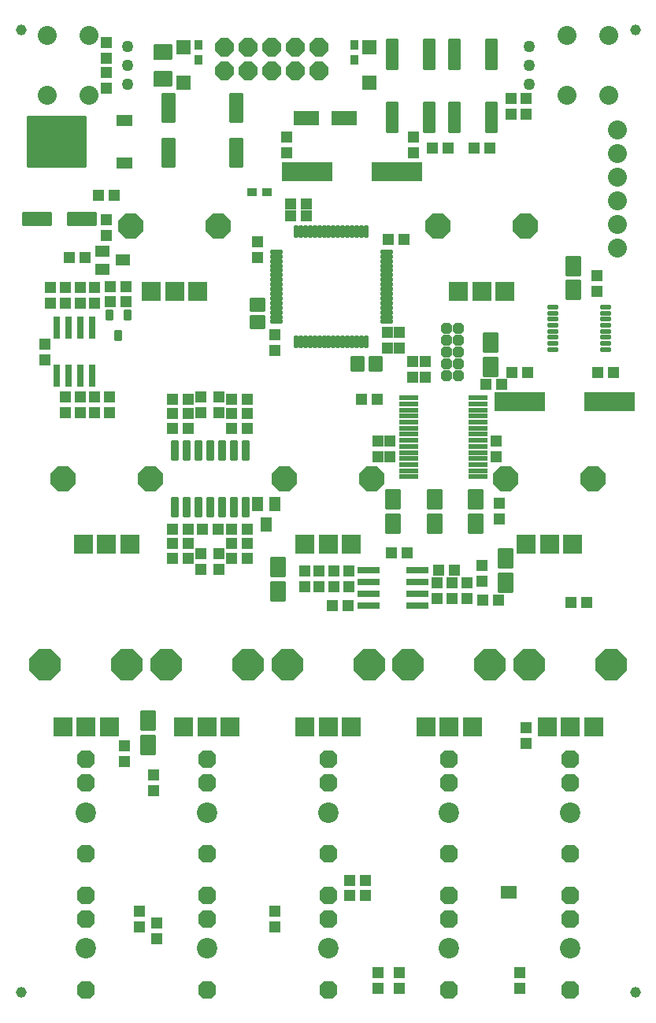
<source format=gbr>
%TF.GenerationSoftware,KiCad,Pcbnew,(6.0.11-0)*%
%TF.CreationDate,2023-04-29T13:53:26+02:00*%
%TF.ProjectId,rings,72696e67-732e-46b6-9963-61645f706362,rev?*%
%TF.SameCoordinates,Original*%
%TF.FileFunction,Soldermask,Top*%
%TF.FilePolarity,Negative*%
%FSLAX46Y46*%
G04 Gerber Fmt 4.6, Leading zero omitted, Abs format (unit mm)*
G04 Created by KiCad (PCBNEW (6.0.11-0)) date 2023-04-29 13:53:26*
%MOMM*%
%LPD*%
G01*
G04 APERTURE LIST*
G04 Aperture macros list*
%AMRoundRect*
0 Rectangle with rounded corners*
0 $1 Rounding radius*
0 $2 $3 $4 $5 $6 $7 $8 $9 X,Y pos of 4 corners*
0 Add a 4 corners polygon primitive as box body*
4,1,4,$2,$3,$4,$5,$6,$7,$8,$9,$2,$3,0*
0 Add four circle primitives for the rounded corners*
1,1,$1+$1,$2,$3*
1,1,$1+$1,$4,$5*
1,1,$1+$1,$6,$7*
1,1,$1+$1,$8,$9*
0 Add four rect primitives between the rounded corners*
20,1,$1+$1,$2,$3,$4,$5,0*
20,1,$1+$1,$4,$5,$6,$7,0*
20,1,$1+$1,$6,$7,$8,$9,0*
20,1,$1+$1,$8,$9,$2,$3,0*%
%AMFreePoly0*
4,1,25,0.269922,0.591773,0.274824,0.587282,0.587282,0.274824,0.609310,0.227583,0.609600,0.220942,0.609600,-0.220942,0.591773,-0.269922,0.587282,-0.274824,0.274824,-0.587282,0.227583,-0.609310,0.220942,-0.609600,-0.220942,-0.609600,-0.269922,-0.591773,-0.274824,-0.587282,-0.587282,-0.274824,-0.609310,-0.227583,-0.609600,-0.220942,-0.609600,0.220942,-0.591773,0.269922,-0.587282,0.274824,
-0.274824,0.587282,-0.227583,0.609310,-0.220942,0.609600,0.220942,0.609600,0.269922,0.591773,0.269922,0.591773,$1*%
%AMFreePoly1*
4,1,25,0.438258,0.998173,0.443160,0.993682,0.993682,0.443160,1.015710,0.395919,1.016000,0.389278,1.016000,-0.389278,0.998173,-0.438258,0.993682,-0.443160,0.443160,-0.993682,0.395919,-1.015710,0.389278,-1.016000,-0.389278,-1.016000,-0.438258,-0.998173,-0.443160,-0.993682,-0.993682,-0.443160,-1.015710,-0.395919,-1.016000,-0.389278,-1.016000,0.389278,-0.998173,0.438258,-0.993682,0.443160,
-0.443160,0.993682,-0.395919,1.015710,-0.389278,1.016000,0.389278,1.016000,0.438258,0.998173,0.438258,0.998173,$1*%
%AMFreePoly2*
4,1,25,0.706544,1.645873,0.711446,1.641382,1.641382,0.711446,1.663410,0.664205,1.663700,0.657564,1.663700,-0.657564,1.645873,-0.706544,1.641382,-0.711446,0.711446,-1.641382,0.664205,-1.663410,0.657564,-1.663700,-0.657564,-1.663700,-0.706544,-1.645873,-0.711446,-1.641382,-1.641382,-0.711446,-1.663410,-0.664205,-1.663700,-0.657564,-1.663700,0.657564,-1.645873,0.706544,-1.641382,0.711446,
-0.711446,1.641382,-0.664205,1.663410,-0.657564,1.663700,0.657564,1.663700,0.706544,1.645873,0.706544,1.645873,$1*%
%AMFreePoly3*
4,1,25,0.417216,0.947373,0.422118,0.942882,0.942882,0.422118,0.964910,0.374877,0.965200,0.368236,0.965200,-0.368236,0.947373,-0.417216,0.942882,-0.422118,0.422118,-0.942882,0.374877,-0.964910,0.368236,-0.965200,-0.368236,-0.965200,-0.417216,-0.947373,-0.422118,-0.942882,-0.942882,-0.422118,-0.964910,-0.374877,-0.965200,-0.368236,-0.965200,0.368236,-0.947373,0.417216,-0.942882,0.422118,
-0.422118,0.942882,-0.374877,0.964910,-0.368236,0.965200,0.368236,0.965200,0.417216,0.947373,0.417216,0.947373,$1*%
%AMFreePoly4*
4,1,25,0.575031,1.328373,0.579933,1.323882,1.323882,0.579933,1.345910,0.532692,1.346200,0.526051,1.346200,-0.526051,1.328373,-0.575031,1.323882,-0.579933,0.579933,-1.323882,0.532692,-1.345910,0.526051,-1.346200,-0.526051,-1.346200,-0.575031,-1.328373,-0.579933,-1.323882,-1.323882,-0.579933,-1.345910,-0.532692,-1.346200,-0.526051,-1.346200,0.526051,-1.328373,0.575031,-1.323882,0.579933,
-0.579933,1.323882,-0.532692,1.345910,-0.526051,1.346200,0.526051,1.346200,0.575031,1.328373,0.575031,1.328373,$1*%
G04 Aperture macros list end*
%ADD10RoundRect,0.076200X-2.667000X-0.965200X2.667000X-0.965200X2.667000X0.965200X-2.667000X0.965200X0*%
%ADD11RoundRect,0.076200X-0.500000X0.550000X-0.500000X-0.550000X0.500000X-0.550000X0.500000X0.550000X0*%
%ADD12RoundRect,0.076200X-0.600000X1.600000X-0.600000X-1.600000X0.600000X-1.600000X0.600000X1.600000X0*%
%ADD13RoundRect,0.076200X-0.500000X-0.550000X0.500000X-0.550000X0.500000X0.550000X-0.500000X0.550000X0*%
%ADD14RoundRect,0.076200X0.600000X-1.600000X0.600000X1.600000X-0.600000X1.600000X-0.600000X-1.600000X0*%
%ADD15RoundRect,0.076200X0.500000X-0.550000X0.500000X0.550000X-0.500000X0.550000X-0.500000X-0.550000X0*%
%ADD16RoundRect,0.076200X0.550000X0.500000X-0.550000X0.500000X-0.550000X-0.500000X0.550000X-0.500000X0*%
%ADD17FreePoly0,270.000000*%
%ADD18RoundRect,0.076200X-0.550000X-0.500000X0.550000X-0.500000X0.550000X0.500000X-0.550000X0.500000X0*%
%ADD19RoundRect,0.076200X0.600000X-0.150000X0.600000X0.150000X-0.600000X0.150000X-0.600000X-0.150000X0*%
%ADD20RoundRect,0.076200X-0.150000X-0.600000X0.150000X-0.600000X0.150000X0.600000X-0.150000X0.600000X0*%
%ADD21RoundRect,0.076200X-0.600000X0.150000X-0.600000X-0.150000X0.600000X-0.150000X0.600000X0.150000X0*%
%ADD22RoundRect,0.076200X0.150000X0.600000X-0.150000X0.600000X-0.150000X-0.600000X0.150000X-0.600000X0*%
%ADD23RoundRect,0.076200X0.750000X-0.650000X0.750000X0.650000X-0.750000X0.650000X-0.750000X-0.650000X0*%
%ADD24RoundRect,0.076200X-0.650000X-0.750000X0.650000X-0.750000X0.650000X0.750000X-0.650000X0.750000X0*%
%ADD25C,2.032000*%
%ADD26RoundRect,0.076200X-0.330200X-1.016000X0.330200X-1.016000X0.330200X1.016000X-0.330200X1.016000X0*%
%ADD27RoundRect,0.076200X-0.550000X0.500000X-0.550000X-0.500000X0.550000X-0.500000X0.550000X0.500000X0*%
%ADD28RoundRect,0.076200X0.550000X-0.500000X0.550000X0.500000X-0.550000X0.500000X-0.550000X-0.500000X0*%
%ADD29RoundRect,0.076200X0.500000X0.550000X-0.500000X0.550000X-0.500000X-0.550000X0.500000X-0.550000X0*%
%ADD30RoundRect,0.076200X0.350000X0.500000X-0.350000X0.500000X-0.350000X-0.500000X0.350000X-0.500000X0*%
%ADD31RoundRect,0.076200X-1.500000X-0.700000X1.500000X-0.700000X1.500000X0.700000X-1.500000X0.700000X0*%
%ADD32RoundRect,0.076200X0.800000X-0.500000X0.800000X0.500000X-0.800000X0.500000X-0.800000X-0.500000X0*%
%ADD33RoundRect,0.076200X3.100000X-2.700000X3.100000X2.700000X-3.100000X2.700000X-3.100000X-2.700000X0*%
%ADD34RoundRect,0.076200X0.700000X-0.700000X0.700000X0.700000X-0.700000X0.700000X-0.700000X-0.700000X0*%
%ADD35RoundRect,0.076200X-0.700000X0.700000X-0.700000X-0.700000X0.700000X-0.700000X0.700000X0.700000X0*%
%ADD36FreePoly1,-0.000000*%
%ADD37RoundRect,0.076200X-0.952500X-0.190500X0.952500X-0.190500X0.952500X0.190500X-0.952500X0.190500X0*%
%ADD38RoundRect,0.076200X-0.425000X-0.350000X0.425000X-0.350000X0.425000X0.350000X-0.425000X0.350000X0*%
%ADD39RoundRect,0.076200X0.750000X-1.000000X0.750000X1.000000X-0.750000X1.000000X-0.750000X-1.000000X0*%
%ADD40RoundRect,0.076200X-1.100000X0.300000X-1.100000X-0.300000X1.100000X-0.300000X1.100000X0.300000X0*%
%ADD41FreePoly2,90.000000*%
%ADD42RoundRect,0.076200X0.939800X-0.939800X0.939800X0.939800X-0.939800X0.939800X-0.939800X-0.939800X0*%
%ADD43C,2.200000*%
%ADD44FreePoly3,180.000000*%
%ADD45FreePoly4,90.000000*%
%ADD46RoundRect,0.076200X0.901500X-0.800000X0.901500X0.800000X-0.901500X0.800000X-0.901500X-0.800000X0*%
%ADD47RoundRect,0.076200X0.700000X-1.500000X0.700000X1.500000X-0.700000X1.500000X-0.700000X-1.500000X0*%
%ADD48RoundRect,0.076200X1.300000X0.700000X-1.300000X0.700000X-1.300000X-0.700000X1.300000X-0.700000X0*%
%ADD49RoundRect,0.576200X0.000000X0.000000X0.000000X0.000000X0.000000X0.000000X0.000000X0.000000X0*%
%ADD50C,1.258800*%
%ADD51RoundRect,0.076200X-0.500000X0.175000X-0.500000X-0.175000X0.500000X-0.175000X0.500000X0.175000X0*%
%ADD52RoundRect,0.076200X0.500000X-0.175000X0.500000X0.175000X-0.500000X0.175000X-0.500000X-0.175000X0*%
%ADD53RoundRect,0.076200X-0.750000X1.000000X-0.750000X-1.000000X0.750000X-1.000000X0.750000X1.000000X0*%
%ADD54RoundRect,0.076200X-0.300000X-1.100000X0.300000X-1.100000X0.300000X1.100000X-0.300000X1.100000X0*%
%ADD55RoundRect,0.076200X-0.700000X0.500000X-0.700000X-0.500000X0.700000X-0.500000X0.700000X0.500000X0*%
%ADD56RoundRect,0.076200X0.500000X0.700000X-0.500000X0.700000X-0.500000X-0.700000X0.500000X-0.700000X0*%
%ADD57RoundRect,0.076200X-0.350000X0.425000X-0.350000X-0.425000X0.350000X-0.425000X0.350000X0.425000X0*%
%ADD58RoundRect,0.076200X0.317500X0.635000X-0.317500X0.635000X-0.317500X-0.635000X0.317500X-0.635000X0*%
G04 APERTURE END LIST*
D10*
%TO.C,Q1*%
X155867100Y-68491100D03*
X146215100Y-68491100D03*
%TD*%
D11*
%TO.C,C4*%
X144056100Y-66483600D03*
X144056100Y-64783600D03*
%TD*%
D12*
%TO.C,SW3*%
X155391100Y-55883600D03*
X155391100Y-62683600D03*
X159391100Y-62683600D03*
X159391100Y-55883600D03*
%TD*%
D13*
%TO.C,R6*%
X161416100Y-65951100D03*
X159716100Y-65951100D03*
%TD*%
D11*
%TO.C,C5*%
X157708600Y-66483600D03*
X157708600Y-64783600D03*
%TD*%
D14*
%TO.C,SW4*%
X166058600Y-62683600D03*
X166058600Y-55883600D03*
X162058600Y-55883600D03*
X162058600Y-62683600D03*
%TD*%
D13*
%TO.C,R7*%
X165861100Y-65951100D03*
X164161100Y-65951100D03*
%TD*%
D11*
%TO.C,C18*%
X156121100Y-87438600D03*
X156121100Y-85738600D03*
%TD*%
D15*
%TO.C,C11*%
X140881200Y-76023100D03*
X140881200Y-77723100D03*
%TD*%
D11*
%TO.C,C20*%
X142786100Y-87756100D03*
X142786100Y-86056100D03*
%TD*%
D16*
%TO.C,C9*%
X144476100Y-73253600D03*
X146176100Y-73253600D03*
%TD*%
%TO.C,C7*%
X144476100Y-71983600D03*
X146176100Y-71983600D03*
%TD*%
D11*
%TO.C,C30*%
X153898600Y-99186100D03*
X153898600Y-97486100D03*
%TD*%
%TO.C,C31*%
X155168600Y-99186100D03*
X155168600Y-97486100D03*
%TD*%
D17*
%TO.C,JP1*%
X161201100Y-90398600D03*
X162471100Y-90398600D03*
X161201100Y-89128600D03*
X162471100Y-89128600D03*
X161201100Y-87858600D03*
X162471100Y-87858600D03*
X161201100Y-86588600D03*
X162471100Y-86588600D03*
X161201100Y-85318600D03*
X162471100Y-85318600D03*
%TD*%
D18*
%TO.C,C10*%
X156653600Y-75793500D03*
X154953600Y-75793500D03*
%TD*%
D19*
%TO.C,IC2*%
X154755000Y-77123600D03*
X154755000Y-77623600D03*
X154755000Y-78123600D03*
X154755000Y-78623600D03*
X154755000Y-79123600D03*
X154755000Y-79623600D03*
X154755000Y-80123600D03*
X154755000Y-80623600D03*
X154755000Y-81123600D03*
X154755000Y-81623600D03*
X154755000Y-82123600D03*
X154755000Y-82623600D03*
X154755000Y-83123600D03*
X154755000Y-83623600D03*
X154755000Y-84123600D03*
X154755000Y-84623600D03*
D20*
X152568600Y-86759200D03*
X152068600Y-86759200D03*
X151568600Y-86759200D03*
X151068600Y-86759200D03*
X150568600Y-86759200D03*
X150068600Y-86759200D03*
X149568600Y-86759200D03*
X149068600Y-86759200D03*
X148568600Y-86759200D03*
X148068600Y-86759200D03*
X147568600Y-86759200D03*
X147068600Y-86759200D03*
X146568600Y-86759200D03*
X146068600Y-86759200D03*
X145568600Y-86759200D03*
X145068600Y-86759200D03*
D21*
X142907600Y-84623600D03*
X142907600Y-84123600D03*
X142907600Y-83623600D03*
X142907600Y-83123600D03*
X142907600Y-82623600D03*
X142907600Y-82123600D03*
X142907600Y-81623600D03*
X142907600Y-81123600D03*
X142907600Y-80623600D03*
X142907600Y-80123600D03*
X142907600Y-79623600D03*
X142907600Y-79123600D03*
X142907600Y-78623600D03*
X142907600Y-78123600D03*
X142907600Y-77623600D03*
X142907600Y-77123600D03*
D22*
X145068600Y-74937200D03*
X145568600Y-74937200D03*
X146068600Y-74937200D03*
X146568600Y-74937200D03*
X147068600Y-74937200D03*
X147568600Y-74937200D03*
X148068600Y-74937200D03*
X148568600Y-74937200D03*
X149068600Y-74937200D03*
X149568600Y-74937200D03*
X150068600Y-74937200D03*
X150568600Y-74937200D03*
X151068600Y-74937200D03*
X151568600Y-74937200D03*
X152068600Y-74937200D03*
X152568600Y-74937200D03*
%TD*%
D23*
%TO.C,C16*%
X140881100Y-82781100D03*
X140881100Y-84681100D03*
%TD*%
D24*
%TO.C,C22*%
X153578600Y-89128600D03*
X151678600Y-89128600D03*
%TD*%
D16*
%TO.C,C27*%
X152096100Y-92938600D03*
X153796100Y-92938600D03*
%TD*%
D25*
%TO.C,JP2*%
X179616100Y-76746100D03*
X179616100Y-74206100D03*
X179616100Y-71666100D03*
X179616100Y-69126100D03*
X179616100Y-66586100D03*
X179616100Y-64046100D03*
%TD*%
D26*
%TO.C,IC7*%
X139611100Y-98437700D03*
X139611100Y-104584500D03*
X138341100Y-98437700D03*
X137071100Y-98437700D03*
X138341100Y-104584500D03*
X137071100Y-104584500D03*
X135801100Y-98437700D03*
X135801100Y-104584500D03*
X134531100Y-98437700D03*
X133261100Y-98437700D03*
X134531100Y-104584500D03*
X133261100Y-104584500D03*
X131991100Y-98437700D03*
X131991100Y-104584500D03*
%TD*%
D27*
%TO.C,R19*%
X123418600Y-94423600D03*
X123418600Y-92723600D03*
%TD*%
D28*
%TO.C,R18*%
X121831100Y-92723600D03*
X121831100Y-94423600D03*
%TD*%
D27*
%TO.C,R20*%
X125006100Y-94423600D03*
X125006100Y-92723600D03*
%TD*%
D11*
%TO.C,C26*%
X120243600Y-94423600D03*
X120243600Y-92723600D03*
%TD*%
D13*
%TO.C,R22*%
X139826100Y-92938600D03*
X138126100Y-92938600D03*
%TD*%
D29*
%TO.C,R26*%
X138126100Y-94526100D03*
X139826100Y-94526100D03*
%TD*%
D27*
%TO.C,R24*%
X136753600Y-94423600D03*
X136753600Y-92723600D03*
%TD*%
D18*
%TO.C,C29*%
X139826100Y-96113600D03*
X138126100Y-96113600D03*
%TD*%
D29*
%TO.C,R21*%
X131776100Y-92938600D03*
X133476100Y-92938600D03*
%TD*%
D13*
%TO.C,R25*%
X133476100Y-94526100D03*
X131776100Y-94526100D03*
%TD*%
D27*
%TO.C,R23*%
X134848600Y-94423600D03*
X134848600Y-92723600D03*
%TD*%
D16*
%TO.C,C28*%
X131776100Y-96113600D03*
X133476100Y-96113600D03*
%TD*%
D29*
%TO.C,R34*%
X131776100Y-110083600D03*
X133476100Y-110083600D03*
%TD*%
D13*
%TO.C,R31*%
X133476100Y-108496100D03*
X131776100Y-108496100D03*
%TD*%
D16*
%TO.C,C36*%
X131776100Y-106908600D03*
X133476100Y-106908600D03*
%TD*%
D30*
%TO.C,IC3*%
X126908600Y-83901100D03*
X125008600Y-83901100D03*
X125958600Y-86101100D03*
%TD*%
D29*
%TO.C,R12*%
X125108600Y-80873600D03*
X126808600Y-80873600D03*
%TD*%
D18*
%TO.C,C15*%
X126808600Y-82461100D03*
X125108600Y-82461100D03*
%TD*%
D31*
%TO.C,C8*%
X122008600Y-73571100D03*
X117208600Y-73571100D03*
%TD*%
D18*
%TO.C,C6*%
X125538600Y-71031100D03*
X123838600Y-71031100D03*
%TD*%
D32*
%TO.C,IC1*%
X126631100Y-63036100D03*
X126631100Y-67596100D03*
D33*
X119331100Y-65316100D03*
%TD*%
D34*
%TO.C,D1*%
X132943600Y-55161100D03*
X132943600Y-58961100D03*
%TD*%
D35*
%TO.C,D2*%
X152946100Y-58961100D03*
X152946100Y-55161100D03*
%TD*%
D36*
%TO.C,JP3*%
X147548600Y-57696100D03*
X147548600Y-55156100D03*
X145008600Y-57696100D03*
X145008600Y-55156100D03*
X142468600Y-57696100D03*
X142468600Y-55156100D03*
X139928600Y-57696100D03*
X139928600Y-55156100D03*
X137388600Y-57696100D03*
X137388600Y-55156100D03*
%TD*%
D28*
%TO.C,R36*%
X134848600Y-109551100D03*
X134848600Y-111251100D03*
%TD*%
D18*
%TO.C,C37*%
X136651100Y-106908600D03*
X134951100Y-106908600D03*
%TD*%
D37*
%TO.C,IC6*%
X164635800Y-92833600D03*
X164635800Y-93483600D03*
X164635800Y-94133600D03*
X164635800Y-94783600D03*
X164635800Y-95433600D03*
X164635800Y-96083600D03*
X164635800Y-96733600D03*
X164635800Y-97383600D03*
X164635800Y-98033600D03*
X164635800Y-98683600D03*
X164635800Y-99333600D03*
X164635800Y-99983600D03*
X164635800Y-100633600D03*
X164635800Y-101283600D03*
X157131400Y-101283600D03*
X157131400Y-100633600D03*
X157131400Y-99983600D03*
X157131400Y-99333600D03*
X157131400Y-98683600D03*
X157131400Y-98033600D03*
X157131400Y-97383600D03*
X157131400Y-96733600D03*
X157131400Y-96083600D03*
X157131400Y-95433600D03*
X157131400Y-94783600D03*
X157131400Y-94133600D03*
X157131400Y-93483600D03*
X157131400Y-92833600D03*
%TD*%
D38*
%TO.C,L3*%
X141898600Y-70713600D03*
X140298600Y-70713600D03*
%TD*%
D11*
%TO.C,C35*%
X166916100Y-105853600D03*
X166916100Y-104153600D03*
%TD*%
D39*
%TO.C,C34*%
X164376100Y-103703600D03*
X164376100Y-106303600D03*
%TD*%
D27*
%TO.C,R27*%
X166598600Y-99186100D03*
X166598600Y-97486100D03*
%TD*%
%TO.C,R54*%
X153898600Y-156336100D03*
X153898600Y-154636100D03*
%TD*%
D13*
%TO.C,R51*%
X152526100Y-146278600D03*
X150826100Y-146278600D03*
%TD*%
D16*
%TO.C,C49*%
X150826100Y-144691100D03*
X152526100Y-144691100D03*
%TD*%
D39*
%TO.C,C40*%
X167551100Y-110053600D03*
X167551100Y-112653600D03*
%TD*%
%TO.C,C33*%
X159931100Y-103703600D03*
X159931100Y-106303600D03*
%TD*%
D27*
%TO.C,R38*%
X165011100Y-112521100D03*
X165011100Y-110821100D03*
%TD*%
D28*
%TO.C,R43*%
X163423600Y-112726100D03*
X163423600Y-114426100D03*
%TD*%
D40*
%TO.C,IC8*%
X158086100Y-115163600D03*
X158086100Y-113893600D03*
X158086100Y-111353600D03*
X152886100Y-115163600D03*
X152886100Y-113893600D03*
X152886100Y-111353600D03*
X158086100Y-112623600D03*
X152886100Y-112623600D03*
%TD*%
D27*
%TO.C,R42*%
X161836100Y-114426100D03*
X161836100Y-112726100D03*
%TD*%
D15*
%TO.C,C43*%
X160248600Y-112726100D03*
X160248600Y-114426100D03*
%TD*%
D28*
%TO.C,R56*%
X169138600Y-154636100D03*
X169138600Y-156336100D03*
%TD*%
D39*
%TO.C,C32*%
X155486100Y-103703600D03*
X155486100Y-106303600D03*
%TD*%
D29*
%TO.C,R33*%
X155271100Y-109448600D03*
X156971100Y-109448600D03*
%TD*%
D28*
%TO.C,R40*%
X147548600Y-111456100D03*
X147548600Y-113156100D03*
%TD*%
D27*
%TO.C,R41*%
X149136100Y-113156100D03*
X149136100Y-111456100D03*
%TD*%
D15*
%TO.C,C42*%
X150723600Y-111456100D03*
X150723600Y-113156100D03*
%TD*%
D28*
%TO.C,R55*%
X156121100Y-154636100D03*
X156121100Y-156336100D03*
%TD*%
D18*
%TO.C,C39*%
X162051100Y-111353600D03*
X160351100Y-111353600D03*
%TD*%
%TO.C,C45*%
X150621100Y-115163600D03*
X148921100Y-115163600D03*
%TD*%
D28*
%TO.C,R16*%
X157549900Y-88913600D03*
X157549900Y-90613600D03*
%TD*%
%TO.C,R17*%
X158978600Y-88913600D03*
X158978600Y-90613600D03*
%TD*%
D18*
%TO.C,C25*%
X167131100Y-91351100D03*
X165431100Y-91351100D03*
%TD*%
D41*
%TO.C,R45*%
X118066100Y-121513600D03*
X126866100Y-121513600D03*
D42*
X119966100Y-128213600D03*
X122466100Y-128213600D03*
X124966100Y-128213600D03*
%TD*%
D43*
%TO.C,J8*%
X148501100Y-151993600D03*
D44*
X148501100Y-146278600D03*
X148501100Y-156438600D03*
X148501100Y-148818600D03*
%TD*%
D43*
%TO.C,J10*%
X174536100Y-151993600D03*
D44*
X174536100Y-146278600D03*
X174536100Y-156438600D03*
X174536100Y-148818600D03*
%TD*%
D43*
%TO.C,J9*%
X161518600Y-151993600D03*
D44*
X161518600Y-146278600D03*
X161518600Y-156438600D03*
X161518600Y-148818600D03*
%TD*%
D43*
%TO.C,J1*%
X122466100Y-137388600D03*
D44*
X122466100Y-131673600D03*
X122466100Y-141833600D03*
X122466100Y-134213600D03*
%TD*%
D43*
%TO.C,J2*%
X135483600Y-137388600D03*
D44*
X135483600Y-131673600D03*
X135483600Y-141833600D03*
X135483600Y-134213600D03*
%TD*%
D43*
%TO.C,J3*%
X148501100Y-137388600D03*
D44*
X148501100Y-131673600D03*
X148501100Y-141833600D03*
X148501100Y-134213600D03*
%TD*%
D43*
%TO.C,J4*%
X161518600Y-137388600D03*
D44*
X161518600Y-131673600D03*
X161518600Y-141833600D03*
X161518600Y-134213600D03*
%TD*%
D41*
%TO.C,R46*%
X131083600Y-121513600D03*
X139883600Y-121513600D03*
D42*
X132983600Y-128213600D03*
X135483600Y-128213600D03*
X137983600Y-128213600D03*
%TD*%
D45*
%TO.C,R28*%
X119988600Y-101511100D03*
X129388600Y-101511100D03*
D42*
X122188600Y-108511100D03*
X124688600Y-108511100D03*
X127188600Y-108511100D03*
%TD*%
D25*
%TO.C,SW1*%
X122821700Y-53809900D03*
X122821700Y-60312300D03*
X118300500Y-53809900D03*
X118300500Y-60312300D03*
%TD*%
D46*
%TO.C,R2*%
X130721100Y-58483100D03*
X130721100Y-55639100D03*
%TD*%
D47*
%TO.C,C2*%
X131356100Y-61646100D03*
X131356100Y-66446100D03*
%TD*%
%TO.C,C3*%
X138658600Y-61646100D03*
X138658600Y-66446100D03*
%TD*%
D48*
%TO.C,C1*%
X146133600Y-62776100D03*
X150233600Y-62776100D03*
%TD*%
D49*
%TO.C,F1*%
X115481100Y-53251100D03*
%TD*%
%TO.C,F4*%
X181521100Y-156756100D03*
%TD*%
%TO.C,F2*%
X181521100Y-53251100D03*
%TD*%
%TO.C,F3*%
X115481100Y-156756100D03*
%TD*%
D41*
%TO.C,R47*%
X144101100Y-121513600D03*
X152901100Y-121513600D03*
D42*
X146001100Y-128213600D03*
X148501100Y-128213600D03*
X151001100Y-128213600D03*
%TD*%
D41*
%TO.C,R48*%
X157118600Y-121513600D03*
X165918600Y-121513600D03*
D42*
X159018600Y-128213600D03*
X161518600Y-128213600D03*
X164018600Y-128213600D03*
%TD*%
D41*
%TO.C,R49*%
X170136100Y-121513600D03*
X178936100Y-121513600D03*
D42*
X172036100Y-128213600D03*
X174536100Y-128213600D03*
X177036100Y-128213600D03*
%TD*%
D45*
%TO.C,R9*%
X127291100Y-74333100D03*
X136691100Y-74333100D03*
D42*
X129491100Y-81333100D03*
X131991100Y-81333100D03*
X134491100Y-81333100D03*
%TD*%
D45*
%TO.C,R29*%
X143801100Y-101511100D03*
X153201100Y-101511100D03*
D42*
X146001100Y-108511100D03*
X148501100Y-108511100D03*
X151001100Y-108511100D03*
%TD*%
D45*
%TO.C,R10*%
X160311100Y-74333100D03*
X169711100Y-74333100D03*
D42*
X162511100Y-81333100D03*
X165011100Y-81333100D03*
X167511100Y-81333100D03*
%TD*%
D45*
%TO.C,R30*%
X167613600Y-101511100D03*
X177013600Y-101511100D03*
D42*
X169813600Y-108511100D03*
X172313600Y-108511100D03*
X174813600Y-108511100D03*
%TD*%
D28*
%TO.C,R14*%
X121831100Y-80976100D03*
X121831100Y-82676100D03*
%TD*%
D27*
%TO.C,R13*%
X120243600Y-82676100D03*
X120243600Y-80976100D03*
%TD*%
D28*
%TO.C,R15*%
X123418600Y-80976100D03*
X123418600Y-82676100D03*
%TD*%
D15*
%TO.C,C14*%
X118656100Y-80976100D03*
X118656100Y-82676100D03*
%TD*%
D43*
%TO.C,J7*%
X135483600Y-151993600D03*
D44*
X135483600Y-146278600D03*
X135483600Y-156438600D03*
X135483600Y-148818600D03*
%TD*%
D13*
%TO.C,R35*%
X139826100Y-110083600D03*
X138126100Y-110083600D03*
%TD*%
D29*
%TO.C,R32*%
X138126100Y-108496100D03*
X139826100Y-108496100D03*
%TD*%
D18*
%TO.C,C38*%
X139826100Y-106908600D03*
X138126100Y-106908600D03*
%TD*%
D28*
%TO.C,R37*%
X136753600Y-109551100D03*
X136753600Y-111251100D03*
%TD*%
D43*
%TO.C,J5*%
X174536100Y-137388600D03*
D44*
X174536100Y-131673600D03*
X174536100Y-141833600D03*
X174536100Y-134213600D03*
%TD*%
D11*
%TO.C,C19*%
X118021100Y-88708600D03*
X118021100Y-87008600D03*
%TD*%
D25*
%TO.C,SW2*%
X178701700Y-53809900D03*
X178701700Y-60312300D03*
X174180500Y-53809900D03*
X174180500Y-60312300D03*
%TD*%
D50*
%TO.C,LED2*%
X170091100Y-59061100D03*
X170091100Y-55061100D03*
X170091100Y-57061100D03*
%TD*%
%TO.C,LED1*%
X126911100Y-59061100D03*
X126911100Y-55061100D03*
X126911100Y-57061100D03*
%TD*%
D28*
%TO.C,R4*%
X168186100Y-60656100D03*
X168186100Y-62356100D03*
%TD*%
%TO.C,R5*%
X169773600Y-60656100D03*
X169773600Y-62356100D03*
%TD*%
%TO.C,R3*%
X124688600Y-57798600D03*
X124688600Y-59498600D03*
%TD*%
D27*
%TO.C,R1*%
X124688600Y-56323600D03*
X124688600Y-54623600D03*
%TD*%
D51*
%TO.C,IC4*%
X172663600Y-87601100D03*
D52*
X178313600Y-87601100D03*
X178313600Y-83051100D03*
X178313600Y-83701100D03*
X178313600Y-84351100D03*
X178313600Y-85001100D03*
X178313600Y-85651100D03*
X178313600Y-86301100D03*
X178313600Y-86951100D03*
D51*
X172663600Y-86951100D03*
X172663600Y-86301100D03*
X172663600Y-85651100D03*
X172663600Y-85001100D03*
X172663600Y-84351100D03*
X172663600Y-83701100D03*
X172663600Y-83051100D03*
%TD*%
D15*
%TO.C,C13*%
X177393600Y-79706100D03*
X177393600Y-81406100D03*
%TD*%
D53*
%TO.C,C21*%
X165963600Y-89476100D03*
X165963600Y-86876100D03*
%TD*%
D39*
%TO.C,C41*%
X143103600Y-111006100D03*
X143103600Y-113606100D03*
%TD*%
D10*
%TO.C,Q3*%
X178727100Y-93256100D03*
X169075100Y-93256100D03*
%TD*%
D16*
%TO.C,C23*%
X168288600Y-90081100D03*
X169988600Y-90081100D03*
%TD*%
D18*
%TO.C,C24*%
X179196100Y-90081100D03*
X177496100Y-90081100D03*
%TD*%
D13*
%TO.C,R44*%
X166813600Y-114528600D03*
X165113600Y-114528600D03*
%TD*%
D28*
%TO.C,R39*%
X145961100Y-111456100D03*
X145961100Y-113156100D03*
%TD*%
D43*
%TO.C,J6*%
X122466100Y-151993600D03*
D44*
X122466100Y-146278600D03*
X122466100Y-156438600D03*
X122466100Y-148818600D03*
%TD*%
D54*
%TO.C,IC5*%
X123101100Y-85258600D03*
X121831100Y-85258600D03*
X119291100Y-85258600D03*
X123101100Y-90458600D03*
X121831100Y-90458600D03*
X119291100Y-90458600D03*
X120561100Y-85258600D03*
X120561100Y-90458600D03*
%TD*%
D55*
%TO.C,Q2*%
X124223600Y-77066100D03*
X124223600Y-78966100D03*
X126423600Y-78016100D03*
%TD*%
D13*
%TO.C,R11*%
X122363600Y-77698600D03*
X120663600Y-77698600D03*
%TD*%
D28*
%TO.C,R8*%
X124688600Y-73673600D03*
X124688600Y-75373600D03*
%TD*%
D27*
%TO.C,R53*%
X142786100Y-149668600D03*
X142786100Y-147968600D03*
%TD*%
D56*
%TO.C,D3*%
X142783600Y-104221100D03*
X140883600Y-104221100D03*
X141833600Y-106421100D03*
%TD*%
D27*
%TO.C,R52*%
X128181100Y-149668600D03*
X128181100Y-147968600D03*
%TD*%
D57*
%TO.C,L1*%
X134531100Y-56491100D03*
X134531100Y-54891100D03*
%TD*%
%TO.C,L2*%
X151358600Y-56491100D03*
X151358600Y-54891100D03*
%TD*%
D11*
%TO.C,C48*%
X126593600Y-131888600D03*
X126593600Y-130188600D03*
%TD*%
D53*
%TO.C,C46*%
X129133600Y-130116100D03*
X129133600Y-127516100D03*
%TD*%
D15*
%TO.C,C47*%
X169773600Y-128283600D03*
X169773600Y-129983600D03*
%TD*%
D18*
%TO.C,C44*%
X176338600Y-114846100D03*
X174638600Y-114846100D03*
%TD*%
D11*
%TO.C,C17*%
X154851100Y-87438600D03*
X154851100Y-85738600D03*
%TD*%
D53*
%TO.C,C12*%
X174853600Y-81221100D03*
X174853600Y-78621100D03*
%TD*%
D28*
%TO.C,R50*%
X129768600Y-133363600D03*
X129768600Y-135063600D03*
%TD*%
D27*
%TO.C,R57*%
X130086100Y-150938600D03*
X130086100Y-149238600D03*
%TD*%
D58*
%TO.C,SJ1*%
X167468600Y-145961100D03*
X168318600Y-145961100D03*
%TD*%
M02*

</source>
